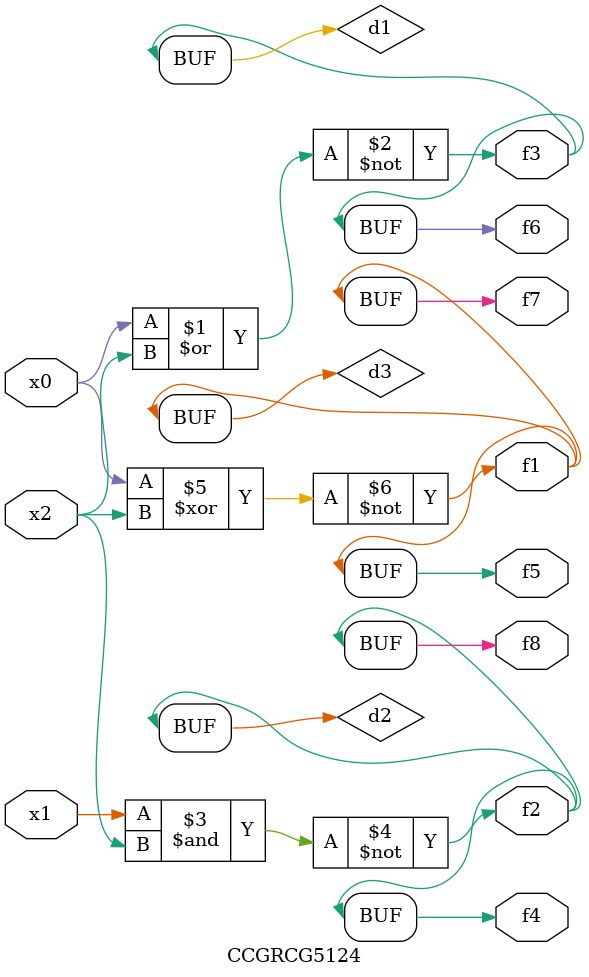
<source format=v>
module CCGRCG5124(
	input x0, x1, x2,
	output f1, f2, f3, f4, f5, f6, f7, f8
);

	wire d1, d2, d3;

	nor (d1, x0, x2);
	nand (d2, x1, x2);
	xnor (d3, x0, x2);
	assign f1 = d3;
	assign f2 = d2;
	assign f3 = d1;
	assign f4 = d2;
	assign f5 = d3;
	assign f6 = d1;
	assign f7 = d3;
	assign f8 = d2;
endmodule

</source>
